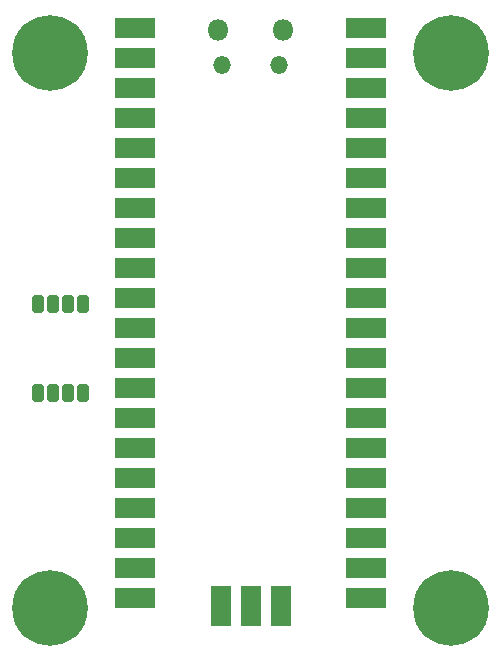
<source format=gbr>
%TF.GenerationSoftware,KiCad,Pcbnew,(6.99.0-1335-gdeb7a0beff)*%
%TF.CreationDate,2022-04-17T14:10:24+02:00*%
%TF.ProjectId,pcb_proto,7063625f-7072-46f7-946f-2e6b69636164,rev?*%
%TF.SameCoordinates,Original*%
%TF.FileFunction,Soldermask,Bot*%
%TF.FilePolarity,Negative*%
%FSLAX46Y46*%
G04 Gerber Fmt 4.6, Leading zero omitted, Abs format (unit mm)*
G04 Created by KiCad (PCBNEW (6.99.0-1335-gdeb7a0beff)) date 2022-04-17 14:10:24*
%MOMM*%
%LPD*%
G01*
G04 APERTURE LIST*
G04 Aperture macros list*
%AMRoundRect*
0 Rectangle with rounded corners*
0 $1 Rounding radius*
0 $2 $3 $4 $5 $6 $7 $8 $9 X,Y pos of 4 corners*
0 Add a 4 corners polygon primitive as box body*
4,1,4,$2,$3,$4,$5,$6,$7,$8,$9,$2,$3,0*
0 Add four circle primitives for the rounded corners*
1,1,$1+$1,$2,$3*
1,1,$1+$1,$4,$5*
1,1,$1+$1,$6,$7*
1,1,$1+$1,$8,$9*
0 Add four rect primitives between the rounded corners*
20,1,$1+$1,$2,$3,$4,$5,0*
20,1,$1+$1,$4,$5,$6,$7,0*
20,1,$1+$1,$6,$7,$8,$9,0*
20,1,$1+$1,$8,$9,$2,$3,0*%
G04 Aperture macros list end*
%ADD10C,0.800000*%
%ADD11C,6.400000*%
%ADD12RoundRect,0.138000X0.342000X0.597000X-0.342000X0.597000X-0.342000X-0.597000X0.342000X-0.597000X0*%
%ADD13O,1.800000X1.800000*%
%ADD14O,1.500000X1.500000*%
%ADD15R,3.500000X1.700000*%
%ADD16R,1.700000X3.500000*%
G04 APERTURE END LIST*
D10*
%TO.C,H2*%
X110600000Y-105000000D03*
X111302944Y-103302944D03*
X111302944Y-106697056D03*
X113000000Y-102600000D03*
D11*
X113000000Y-105000000D03*
D10*
X113000000Y-107400000D03*
X114697056Y-103302944D03*
X114697056Y-106697056D03*
X115400000Y-105000000D03*
%TD*%
%TO.C,H3*%
X144600000Y-105000000D03*
X145302944Y-103302944D03*
X145302944Y-106697056D03*
X147000000Y-102600000D03*
D11*
X147000000Y-105000000D03*
D10*
X147000000Y-107400000D03*
X148697056Y-103302944D03*
X148697056Y-106697056D03*
X149400000Y-105000000D03*
%TD*%
%TO.C,H1*%
X110600000Y-58000000D03*
X111302944Y-56302944D03*
X111302944Y-59697056D03*
X113000000Y-55600000D03*
D11*
X113000000Y-58000000D03*
D10*
X113000000Y-60400000D03*
X114697056Y-56302944D03*
X114697056Y-59697056D03*
X115400000Y-58000000D03*
%TD*%
%TO.C,H4*%
X144600000Y-58000000D03*
X145302944Y-56302944D03*
X145302944Y-59697056D03*
X147000000Y-55600000D03*
D11*
X147000000Y-58000000D03*
D10*
X147000000Y-60400000D03*
X148697056Y-56302944D03*
X148697056Y-59697056D03*
X149400000Y-58000000D03*
%TD*%
D12*
%TO.C,S1*%
X115800000Y-86800000D03*
X114530000Y-86800000D03*
X113260000Y-86800000D03*
X111990000Y-86800000D03*
X111990000Y-79200000D03*
X113260000Y-79200000D03*
X114530000Y-79200000D03*
X115800000Y-79200000D03*
%TD*%
D13*
%TO.C,U1*%
X132724999Y-55999999D03*
D14*
X132424999Y-59029999D03*
X127574999Y-59029999D03*
D13*
X127274999Y-55999999D03*
D15*
X139789999Y-55869999D03*
X139789999Y-58409999D03*
X139789999Y-60949999D03*
X139789999Y-63489999D03*
X139789999Y-66029999D03*
X139789999Y-68569999D03*
X139789999Y-71109999D03*
X139789999Y-73649999D03*
X139789999Y-76189999D03*
X139789999Y-78729999D03*
X139789999Y-81269999D03*
X139789999Y-83809999D03*
X139789999Y-86349999D03*
X139789999Y-88889999D03*
X139789999Y-91429999D03*
X139789999Y-93969999D03*
X139789999Y-96509999D03*
X139789999Y-99049999D03*
X139789999Y-101589999D03*
X139789999Y-104129999D03*
X120209999Y-104129999D03*
X120209999Y-101589999D03*
X120209999Y-99049999D03*
X120209999Y-96509999D03*
X120209999Y-93969999D03*
X120209999Y-91429999D03*
X120209999Y-88889999D03*
X120209999Y-86349999D03*
X120209999Y-83809999D03*
X120209999Y-81269999D03*
X120209999Y-78729999D03*
X120209999Y-76189999D03*
X120209999Y-73649999D03*
X120209999Y-71109999D03*
X120209999Y-68569999D03*
X120209999Y-66029999D03*
X120209999Y-63489999D03*
X120209999Y-60949999D03*
X120209999Y-58409999D03*
X120209999Y-55869999D03*
D16*
X132539999Y-104799999D03*
X129999999Y-104799999D03*
X127459999Y-104799999D03*
%TD*%
M02*

</source>
